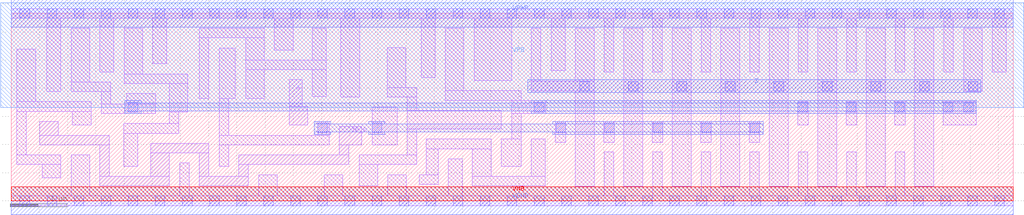
<source format=lef>
# Copyright 2020 The SkyWater PDK Authors
#
# Licensed under the Apache License, Version 2.0 (the "License");
# you may not use this file except in compliance with the License.
# You may obtain a copy of the License at
#
#     https://www.apache.org/licenses/LICENSE-2.0
#
# Unless required by applicable law or agreed to in writing, software
# distributed under the License is distributed on an "AS IS" BASIS,
# WITHOUT WARRANTIES OR CONDITIONS OF ANY KIND, either express or implied.
# See the License for the specific language governing permissions and
# limitations under the License.
#
# SPDX-License-Identifier: Apache-2.0

VERSION 5.7 ;
  NOWIREEXTENSIONATPIN ON ;
  DIVIDERCHAR "/" ;
  BUSBITCHARS "[]" ;
MACRO sky130_fd_sc_lp__busdrivernovlp2_20
  CLASS CORE ;
  FOREIGN sky130_fd_sc_lp__busdrivernovlp2_20 ;
  ORIGIN  0.000000  0.000000 ;
  SIZE  17.76000 BY  3.330000 ;
  SYMMETRY X Y ;
  SITE unit ;
  PIN A
    ANTENNAGATEAREA  1.260000 ;
    DIRECTION INPUT ;
    USE SIGNAL ;
    PORT
      LAYER li1 ;
        RECT 4.925000 1.345000 5.255000 1.675000 ;
        RECT 4.925000 1.675000 5.155000 2.150000 ;
    END
  END A
  PIN TE_B
    ANTENNAGATEAREA  0.630000 ;
    DIRECTION INPUT ;
    USE SIGNAL ;
    PORT
      LAYER li1 ;
        RECT 0.505000 0.995000 1.740000 1.165000 ;
        RECT 0.505000 1.165000 0.835000 1.410000 ;
        RECT 1.570000 0.265000 2.805000 0.435000 ;
        RECT 1.570000 0.435000 1.740000 0.995000 ;
        RECT 2.475000 0.435000 2.805000 0.850000 ;
        RECT 2.475000 0.850000 3.505000 1.020000 ;
        RECT 3.335000 0.265000 4.205000 0.435000 ;
        RECT 3.335000 0.435000 3.505000 0.850000 ;
        RECT 4.035000 0.435000 4.205000 0.645000 ;
        RECT 4.035000 0.645000 5.985000 0.815000 ;
        RECT 5.815000 0.815000 5.985000 0.995000 ;
        RECT 5.815000 0.995000 6.215000 1.325000 ;
    END
  END TE_B
  PIN Z
    ANTENNADIFFAREA  4.968000 ;
    DIRECTION OUTPUT ;
    USE SIGNAL ;
    PORT
      LAYER met1 ;
        RECT 9.160000 1.920000 17.190000 2.150000 ;
    END
  END Z
  PIN VGND
    DIRECTION INOUT ;
    USE GROUND ;
    PORT
      LAYER met1 ;
        RECT 0.000000 -0.245000 17.760000 0.245000 ;
    END
  END VGND
  PIN VNB
    DIRECTION INOUT ;
    USE GROUND ;
    PORT
      LAYER pwell ;
        RECT 0.000000 0.000000 17.760000 0.245000 ;
    END
  END VNB
  PIN VPB
    DIRECTION INOUT ;
    USE POWER ;
    PORT
      LAYER nwell ;
        RECT -0.190000 1.655000 17.950000 3.520000 ;
    END
  END VPB
  PIN VPWR
    DIRECTION INOUT ;
    USE POWER ;
    PORT
      LAYER met1 ;
        RECT 0.000000 3.085000 17.760000 3.575000 ;
    END
  END VPWR
  OBS
    LAYER li1 ;
      RECT  0.000000 -0.085000 17.760000 0.085000 ;
      RECT  0.000000  3.245000 17.760000 3.415000 ;
      RECT  0.100000  0.645000  0.880000 0.815000 ;
      RECT  0.100000  0.815000  0.270000 1.590000 ;
      RECT  0.100000  1.590000  1.415000 1.760000 ;
      RECT  0.100000  1.760000  0.430000 2.695000 ;
      RECT  0.550000  0.405000  0.880000 0.645000 ;
      RECT  0.630000  1.940000  0.880000 3.245000 ;
      RECT  1.060000  0.085000  1.390000 0.815000 ;
      RECT  1.060000  1.940000  1.765000 2.110000 ;
      RECT  1.060000  2.110000  1.390000 3.065000 ;
      RECT  1.085000  1.345000  1.415000 1.590000 ;
      RECT  1.570000  2.290000  1.820000 3.245000 ;
      RECT  1.595000  1.550000  2.565000 1.720000 ;
      RECT  1.595000  1.720000  1.765000 1.940000 ;
      RECT  1.995000  0.615000  2.245000 1.200000 ;
      RECT  1.995000  1.200000  2.970000 1.370000 ;
      RECT  2.000000  2.085000  3.130000 2.255000 ;
      RECT  2.000000  2.255000  2.330000 3.065000 ;
      RECT  2.045000  1.720000  2.565000 1.905000 ;
      RECT  2.510000  2.435000  2.760000 3.245000 ;
      RECT  2.800000  1.370000  2.970000 1.575000 ;
      RECT  2.800000  1.575000  3.130000 2.085000 ;
      RECT  2.985000  0.085000  3.155000 0.670000 ;
      RECT  3.335000  1.815000  3.505000 2.895000 ;
      RECT  3.335000  2.895000  4.485000 3.065000 ;
      RECT  3.685000  0.615000  3.855000 0.995000 ;
      RECT  3.685000  0.995000  5.635000 1.165000 ;
      RECT  3.685000  1.165000  3.855000 1.815000 ;
      RECT  3.685000  1.815000  3.975000 2.715000 ;
      RECT  4.155000  1.815000  4.485000 2.330000 ;
      RECT  4.155000  2.330000  5.585000 2.500000 ;
      RECT  4.155000  2.500000  4.485000 2.895000 ;
      RECT  4.385000  0.085000  4.715000 0.465000 ;
      RECT  4.665000  2.680000  4.995000 3.245000 ;
      RECT  5.335000  1.855000  5.585000 2.330000 ;
      RECT  5.335000  2.500000  5.585000 3.065000 ;
      RECT  5.435000  1.165000  5.635000 1.410000 ;
      RECT  5.545000  0.085000  5.875000 0.465000 ;
      RECT  5.845000  1.845000  6.175000 3.245000 ;
      RECT  6.165000  0.265000  6.495000 0.645000 ;
      RECT  6.165000  0.645000  7.190000 0.815000 ;
      RECT  6.395000  0.995000  6.840000 1.665000 ;
      RECT  6.665000  1.845000  7.190000 2.015000 ;
      RECT  6.665000  2.015000  6.995000 2.725000 ;
      RECT  6.675000  0.085000  7.005000 0.465000 ;
      RECT  7.020000  0.815000  7.190000 1.275000 ;
      RECT  7.020000  1.275000  8.690000 1.605000 ;
      RECT  7.020000  1.605000  7.190000 1.845000 ;
      RECT  7.235000  0.295000  7.565000 0.465000 ;
      RECT  7.265000  2.185000  7.515000 3.245000 ;
      RECT  7.360000  0.465000  7.565000 0.925000 ;
      RECT  7.360000  0.925000  8.505000 1.095000 ;
      RECT  7.695000  1.785000  9.040000 1.955000 ;
      RECT  7.695000  1.955000  8.025000 3.065000 ;
      RECT  7.745000  0.085000  7.995000 0.745000 ;
      RECT  8.175000  0.265000  9.470000 0.435000 ;
      RECT  8.175000  0.435000  8.505000 0.925000 ;
      RECT  8.205000  2.135000  8.875000 3.245000 ;
      RECT  8.685000  0.615000  9.040000 1.095000 ;
      RECT  8.870000  1.095000  9.040000 1.550000 ;
      RECT  8.870000  1.550000  9.475000 1.780000 ;
      RECT  8.870000  1.780000  9.040000 1.785000 ;
      RECT  9.220000  0.435000  9.470000 1.095000 ;
      RECT  9.220000  1.950000 10.330000 2.130000 ;
      RECT  9.220000  2.130000  9.390000 3.065000 ;
      RECT  9.570000  2.310000  9.820000 3.245000 ;
      RECT  9.640000  1.035000  9.830000 1.410000 ;
      RECT 10.000000  0.255000 10.330000 1.950000 ;
      RECT 10.000000  2.130000 10.330000 3.065000 ;
      RECT 10.500000  1.035000 10.690000 1.410000 ;
      RECT 10.510000  0.085000 10.680000 0.865000 ;
      RECT 10.510000  2.290000 10.680000 3.245000 ;
      RECT 10.860000  0.255000 11.190000 3.065000 ;
      RECT 11.360000  1.035000 11.550000 1.410000 ;
      RECT 11.370000  0.085000 11.540000 0.865000 ;
      RECT 11.370000  2.290000 11.540000 3.245000 ;
      RECT 11.720000  0.255000 12.050000 3.065000 ;
      RECT 12.220000  1.035000 12.410000 1.410000 ;
      RECT 12.230000  0.085000 12.400000 0.865000 ;
      RECT 12.230000  2.290000 12.400000 3.245000 ;
      RECT 12.580000  0.255000 12.910000 3.065000 ;
      RECT 13.080000  1.035000 13.270000 1.410000 ;
      RECT 13.090000  0.085000 13.260000 0.865000 ;
      RECT 13.090000  2.290000 13.260000 3.245000 ;
      RECT 13.440000  0.255000 13.770000 3.065000 ;
      RECT 13.940000  1.345000 14.130000 1.760000 ;
      RECT 13.950000  0.085000 14.120000 0.865000 ;
      RECT 13.950000  2.290000 14.120000 3.245000 ;
      RECT 14.300000  0.255000 14.630000 3.065000 ;
      RECT 14.800000  1.345000 14.990000 1.760000 ;
      RECT 14.810000  0.085000 14.980000 0.865000 ;
      RECT 14.810000  2.290000 14.980000 3.245000 ;
      RECT 15.160000  0.260000 15.490000 3.065000 ;
      RECT 15.660000  1.345000 15.850000 1.760000 ;
      RECT 15.670000  0.085000 15.840000 0.865000 ;
      RECT 15.670000  2.290000 15.840000 3.245000 ;
      RECT 16.020000  0.255000 16.350000 3.065000 ;
      RECT 16.520000  1.345000 17.110000 1.760000 ;
      RECT 16.530000  2.290000 16.700000 3.245000 ;
      RECT 16.880000  1.940000 17.210000 3.065000 ;
      RECT 17.390000  2.290000 17.640000 3.245000 ;
    LAYER mcon ;
      RECT  0.155000 -0.085000  0.325000 0.085000 ;
      RECT  0.155000  3.245000  0.325000 3.415000 ;
      RECT  0.635000 -0.085000  0.805000 0.085000 ;
      RECT  0.635000  3.245000  0.805000 3.415000 ;
      RECT  1.115000 -0.085000  1.285000 0.085000 ;
      RECT  1.115000  3.245000  1.285000 3.415000 ;
      RECT  1.595000 -0.085000  1.765000 0.085000 ;
      RECT  1.595000  3.245000  1.765000 3.415000 ;
      RECT  2.075000 -0.085000  2.245000 0.085000 ;
      RECT  2.075000  1.580000  2.245000 1.750000 ;
      RECT  2.075000  3.245000  2.245000 3.415000 ;
      RECT  2.555000 -0.085000  2.725000 0.085000 ;
      RECT  2.555000  3.245000  2.725000 3.415000 ;
      RECT  3.035000 -0.085000  3.205000 0.085000 ;
      RECT  3.035000  3.245000  3.205000 3.415000 ;
      RECT  3.515000 -0.085000  3.685000 0.085000 ;
      RECT  3.515000  3.245000  3.685000 3.415000 ;
      RECT  3.995000 -0.085000  4.165000 0.085000 ;
      RECT  3.995000  3.245000  4.165000 3.415000 ;
      RECT  4.475000 -0.085000  4.645000 0.085000 ;
      RECT  4.475000  3.245000  4.645000 3.415000 ;
      RECT  4.955000 -0.085000  5.125000 0.085000 ;
      RECT  4.955000  3.245000  5.125000 3.415000 ;
      RECT  5.435000 -0.085000  5.605000 0.085000 ;
      RECT  5.435000  1.210000  5.605000 1.380000 ;
      RECT  5.435000  3.245000  5.605000 3.415000 ;
      RECT  5.915000 -0.085000  6.085000 0.085000 ;
      RECT  5.915000  3.245000  6.085000 3.415000 ;
      RECT  6.395000 -0.085000  6.565000 0.085000 ;
      RECT  6.395000  1.210000  6.565000 1.380000 ;
      RECT  6.395000  3.245000  6.565000 3.415000 ;
      RECT  6.875000 -0.085000  7.045000 0.085000 ;
      RECT  6.875000  3.245000  7.045000 3.415000 ;
      RECT  7.355000 -0.085000  7.525000 0.085000 ;
      RECT  7.355000  3.245000  7.525000 3.415000 ;
      RECT  7.835000 -0.085000  8.005000 0.085000 ;
      RECT  7.835000  3.245000  8.005000 3.415000 ;
      RECT  8.315000 -0.085000  8.485000 0.085000 ;
      RECT  8.315000  3.245000  8.485000 3.415000 ;
      RECT  8.795000 -0.085000  8.965000 0.085000 ;
      RECT  8.795000  3.245000  8.965000 3.415000 ;
      RECT  9.275000 -0.085000  9.445000 0.085000 ;
      RECT  9.275000  1.580000  9.445000 1.750000 ;
      RECT  9.275000  3.245000  9.445000 3.415000 ;
      RECT  9.660000  1.210000  9.830000 1.380000 ;
      RECT  9.755000 -0.085000  9.925000 0.085000 ;
      RECT  9.755000  3.245000  9.925000 3.415000 ;
      RECT 10.080000  1.950000 10.250000 2.120000 ;
      RECT 10.235000 -0.085000 10.405000 0.085000 ;
      RECT 10.235000  3.245000 10.405000 3.415000 ;
      RECT 10.520000  1.210000 10.690000 1.380000 ;
      RECT 10.715000 -0.085000 10.885000 0.085000 ;
      RECT 10.715000  3.245000 10.885000 3.415000 ;
      RECT 10.940000  1.950000 11.110000 2.120000 ;
      RECT 11.195000 -0.085000 11.365000 0.085000 ;
      RECT 11.195000  3.245000 11.365000 3.415000 ;
      RECT 11.380000  1.210000 11.550000 1.380000 ;
      RECT 11.675000 -0.085000 11.845000 0.085000 ;
      RECT 11.675000  3.245000 11.845000 3.415000 ;
      RECT 11.800000  1.950000 11.970000 2.120000 ;
      RECT 12.155000 -0.085000 12.325000 0.085000 ;
      RECT 12.155000  3.245000 12.325000 3.415000 ;
      RECT 12.240000  1.210000 12.410000 1.380000 ;
      RECT 12.635000 -0.085000 12.805000 0.085000 ;
      RECT 12.635000  3.245000 12.805000 3.415000 ;
      RECT 12.660000  1.950000 12.830000 2.120000 ;
      RECT 13.100000  1.210000 13.270000 1.380000 ;
      RECT 13.115000 -0.085000 13.285000 0.085000 ;
      RECT 13.115000  3.245000 13.285000 3.415000 ;
      RECT 13.520000  1.950000 13.690000 2.120000 ;
      RECT 13.595000 -0.085000 13.765000 0.085000 ;
      RECT 13.595000  3.245000 13.765000 3.415000 ;
      RECT 13.940000  1.580000 14.110000 1.750000 ;
      RECT 14.075000 -0.085000 14.245000 0.085000 ;
      RECT 14.075000  3.245000 14.245000 3.415000 ;
      RECT 14.380000  1.950000 14.550000 2.120000 ;
      RECT 14.555000 -0.085000 14.725000 0.085000 ;
      RECT 14.555000  3.245000 14.725000 3.415000 ;
      RECT 14.800000  1.580000 14.970000 1.750000 ;
      RECT 15.035000 -0.085000 15.205000 0.085000 ;
      RECT 15.035000  3.245000 15.205000 3.415000 ;
      RECT 15.240000  1.950000 15.410000 2.120000 ;
      RECT 15.515000 -0.085000 15.685000 0.085000 ;
      RECT 15.515000  3.245000 15.685000 3.415000 ;
      RECT 15.660000  1.580000 15.830000 1.750000 ;
      RECT 15.995000 -0.085000 16.165000 0.085000 ;
      RECT 15.995000  3.245000 16.165000 3.415000 ;
      RECT 16.100000  1.950000 16.270000 2.120000 ;
      RECT 16.475000 -0.085000 16.645000 0.085000 ;
      RECT 16.475000  3.245000 16.645000 3.415000 ;
      RECT 16.520000  1.580000 16.690000 1.750000 ;
      RECT 16.880000  1.580000 17.050000 1.750000 ;
      RECT 16.955000 -0.085000 17.125000 0.085000 ;
      RECT 16.955000  3.245000 17.125000 3.415000 ;
      RECT 16.960000  1.950000 17.130000 2.120000 ;
      RECT 17.435000 -0.085000 17.605000 0.085000 ;
      RECT 17.435000  3.245000 17.605000 3.415000 ;
    LAYER met1 ;
      RECT 2.015000 1.550000  2.305000 1.595000 ;
      RECT 2.015000 1.595000 17.110000 1.735000 ;
      RECT 2.015000 1.735000  2.305000 1.780000 ;
      RECT 5.375000 1.180000  5.665000 1.225000 ;
      RECT 5.375000 1.225000 13.330000 1.365000 ;
      RECT 5.375000 1.365000  5.665000 1.410000 ;
      RECT 6.335000 1.180000  6.625000 1.225000 ;
      RECT 6.335000 1.365000  6.625000 1.410000 ;
      RECT 9.215000 1.550000 17.110000 1.595000 ;
      RECT 9.215000 1.735000 17.110000 1.780000 ;
      RECT 9.600000 1.180000 13.330000 1.225000 ;
      RECT 9.600000 1.365000 13.330000 1.410000 ;
  END
END sky130_fd_sc_lp__busdrivernovlp2_20
END LIBRARY

</source>
